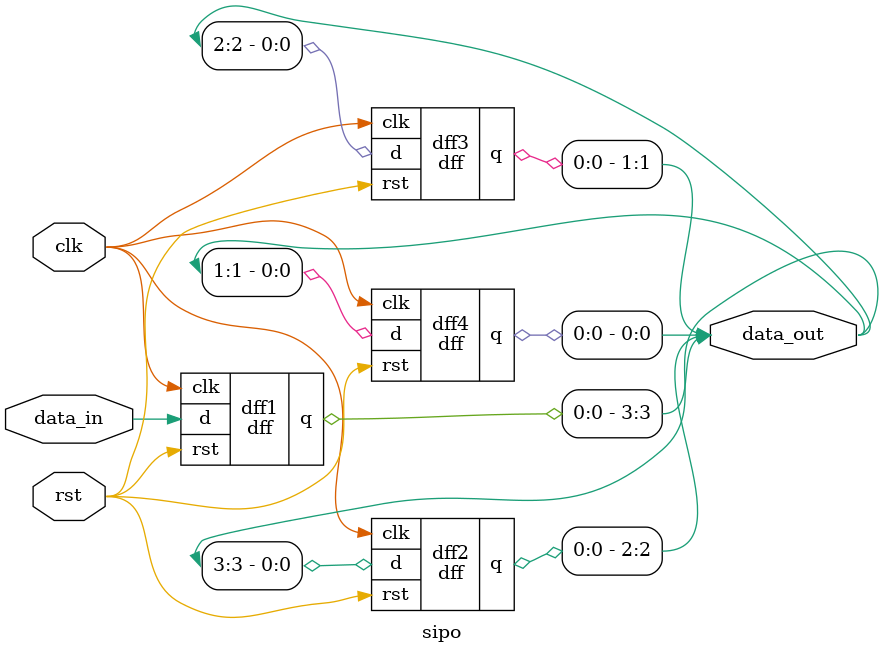
<source format=v>
module dff (input wire clk, rst, d, output reg q);
  always @ (posedge clk) begin
    if(rst) begin
      q <= 0;
    end else begin
      q <= d;
    end
  end
endmodule

//D Flip Flop Module can be created separately

module sipo (input wire clk, rst, data_in, output reg [3:0] data_out);
  // Here we consider 4 flops that is 3 down to 0, 3rd flop would be the first flop
  dff dff1 (clk, rst, data_in, data_out[3]);
  dff dff2 (clk, rst, data_out[3], data_out[2]);
  dff dff3 (clk, rst, data_out[2], data_out[1]);
  dff dff4 (clk, rst, data_out[1], data_out[0]);
  always@(*) begin
    $display ("time = %1d, rst = %1d, data_in = %1d, data_out = %1d", $time, rst, data_in, data_out);
  end
endmodule
      

</source>
